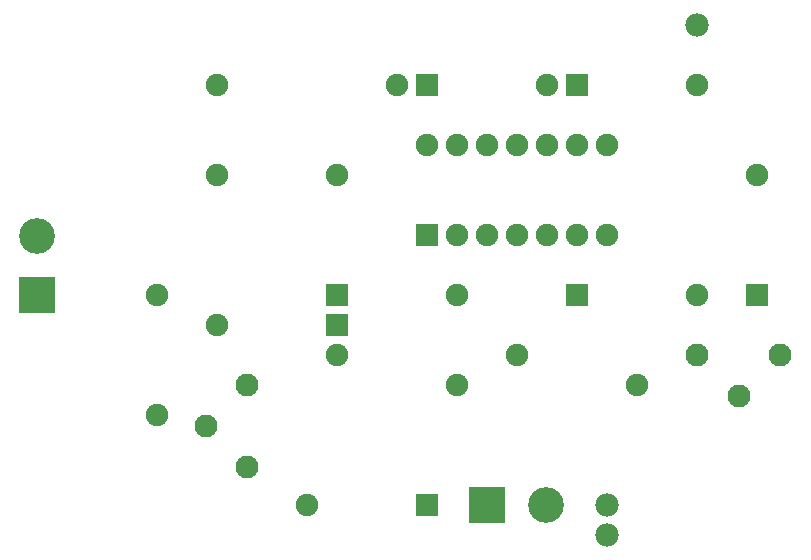
<source format=gtl>
G04 MADE WITH FRITZING*
G04 WWW.FRITZING.ORG*
G04 DOUBLE SIDED*
G04 HOLES PLATED*
G04 CONTOUR ON CENTER OF CONTOUR VECTOR*
%ASAXBY*%
%FSLAX23Y23*%
%MOIN*%
%OFA0B0*%
%SFA1.0B1.0*%
%ADD10C,0.075000*%
%ADD11C,0.076772*%
%ADD12C,0.118740*%
%ADD13C,0.078000*%
%ADD14R,0.075000X0.075000*%
%ADD15R,0.118740X0.118740*%
%LNCOPPER1*%
G90*
G70*
G54D10*
X1670Y1227D03*
X1670Y1527D03*
X1770Y1227D03*
X1770Y1527D03*
X1870Y1227D03*
X1870Y1527D03*
X1970Y1227D03*
X1970Y1527D03*
X2070Y1227D03*
X2070Y1527D03*
X2170Y1227D03*
X2170Y1527D03*
X2270Y1227D03*
X2270Y1527D03*
G54D11*
X1070Y452D03*
X1070Y727D03*
X932Y589D03*
X2846Y827D03*
X2570Y827D03*
X2708Y689D03*
G54D10*
X2170Y1727D03*
X2570Y1727D03*
X1670Y327D03*
X1270Y327D03*
X2770Y1027D03*
X2770Y1427D03*
X2170Y1027D03*
X2570Y1027D03*
X1370Y927D03*
X970Y927D03*
X1670Y1727D03*
X2070Y1727D03*
X1370Y1027D03*
X1770Y1027D03*
G54D12*
X1870Y327D03*
X2067Y327D03*
X370Y1027D03*
X370Y1224D03*
G54D13*
X2570Y1927D03*
G54D10*
X770Y627D03*
X770Y1027D03*
X970Y1427D03*
X1370Y1427D03*
X970Y1727D03*
X1570Y1727D03*
X1370Y827D03*
X1970Y827D03*
X1770Y727D03*
X2370Y727D03*
G54D13*
X2270Y327D03*
X2270Y227D03*
G54D14*
X1670Y1227D03*
X2170Y1727D03*
X1670Y327D03*
X2770Y1027D03*
X2170Y1027D03*
X1370Y927D03*
X1670Y1727D03*
X1370Y1027D03*
G54D15*
X1870Y327D03*
X370Y1027D03*
G04 End of Copper1*
M02*
</source>
